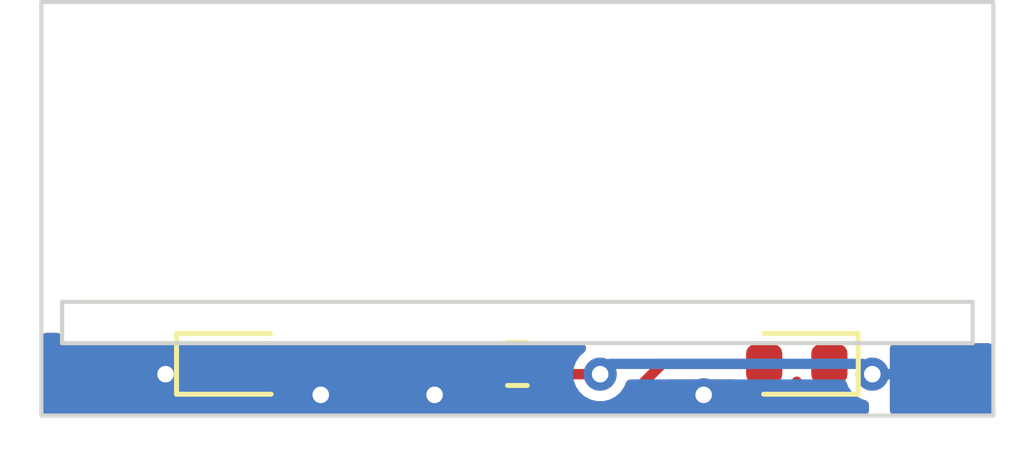
<source format=kicad_pcb>
(kicad_pcb (version 20221018) (generator pcbnew)
  (layers (0 "F.Cu" signal) (31 "B.Cu" signal) (34 "B.Paste" user) (35 "F.Paste" user) (36 "B.SilkS" user "B.Silkscreen") (37 "F.SilkS" user "F.Silkscreen") (38 "B.Mask" user) (39 "F.Mask" user) (44 "Edge.Cuts" user))
  (net 0 "")
  (net 1 "GND")
  (net 2 "Net-(D1-A)")
  (net 3 "+3V3")
  (footprint "LED_SMD:LED_0603_1608Metric" (layer "F.Cu") (at 72.75 83.75)
    (fp_text reference "D2" hide)
    (fp_text value "LED")
    (fp_line (start -1.485 -0.735) (end -1.485 0.735) (stroke (width 0.12)) (layer "F.SilkS"))
    (fp_line (start -1.485 0.735) (end 0.8 0.735) (stroke (width 0.12)) (layer "F.SilkS"))
    (fp_line (start 0.8 -0.735) (end -1.485 -0.735) (stroke (width 0.12)) (layer "F.SilkS"))
    (pad "1" smd roundrect (at -0.7875 0) (size 0.875 0.95) (layers "F.Cu" "F.Paste" "F.Mask") (net 1 "GND"))
    (pad "2" smd roundrect (at 0.7875 0) (size 0.875 0.95) (layers "F.Cu" "F.Paste" "F.Mask") (net 2 "Net-(D1-A)"))
  )
  (footprint "LED_SMD:LED_0603_1608Metric" (layer "F.Cu") (at 86.25 83.75 180)
    (fp_text reference "D1" hide)
    (fp_text value "LED")
    (fp_line (start -1.485 -0.735) (end -1.485 0.735) (stroke (width 0.12)) (layer "F.SilkS"))
    (fp_line (start -1.485 0.735) (end 0.8 0.735) (stroke (width 0.12)) (layer "F.SilkS"))
    (fp_line (start 0.8 -0.735) (end -1.485 -0.735) (stroke (width 0.12)) (layer "F.SilkS"))
    (pad "1" smd roundrect (at -0.7875 0 180) (size 0.875 0.95) (layers "F.Cu" "F.Paste" "F.Mask") (net 1 "GND"))
    (pad "2" smd roundrect (at 0.7875 0 180) (size 0.875 0.95) (layers "F.Cu" "F.Paste" "F.Mask") (net 2 "Net-(D1-A)"))
  )
  (footprint "Resistor_SMD:R_0603_1608Metric" (layer "F.Cu") (at 79.5 83.75 180)
    (fp_text reference "R1" hide)
    (fp_text value "27R")
    (fp_line (start -0.237258 -0.5225) (end 0.237258 -0.5225) (stroke (width 0.12)) (layer "F.SilkS"))
    (fp_line (start -0.237258 0.5225) (end 0.237258 0.5225) (stroke (width 0.12)) (layer "F.SilkS"))
    (pad "1" smd roundrect (at -0.825 0 180) (size 0.8 0.95) (layers "F.Cu" "F.Paste" "F.Mask") (net 3 "+3V3"))
    (pad "2" smd roundrect (at 0.825 0 180) (size 0.8 0.95) (layers "F.Cu" "F.Paste" "F.Mask") (net 2 "Net-(D1-A)"))
  )
  (gr_line (start 68.5 82.25) (end 68.5 83.25) (stroke (width 0.1)) (layer "Edge.Cuts"))
  (gr_line (start 68 75) (end 68 85) (stroke (width 0.1)) (layer "Edge.Cuts"))
  (gr_line (start 91 85) (end 91 75) (stroke (width 0.1)) (layer "Edge.Cuts"))
  (gr_line (start 91 75) (end 68 75) (stroke (width 0.1)) (layer "Edge.Cuts"))
  (gr_line (start 68 85) (end 91 85) (stroke (width 0.1)) (layer "Edge.Cuts"))
  (gr_line (start 90.5 83.25) (end 90.5 82.25) (stroke (width 0.1)) (layer "Edge.Cuts"))
  (gr_line (start 90.5 82.25) (end 68.5 82.25) (stroke (width 0.1)) (layer "Edge.Cuts"))
  (gr_line (start 90.5 83.25) (end 68.5 83.25) (stroke (width 0.1)) (layer "Edge.Cuts"))
  (via (at 84 84.5) (size 0.8) (drill 0.4) (layers "F.Cu" "B.Cu") (net 1))
  (via (at 77.5 84.5) (size 0.8) (drill 0.4) (layers "F.Cu" "B.Cu") (net 1))
  (via (at 74.75 84.5) (size 0.8) (drill 0.4) (layers "F.Cu" "B.Cu") (net 1))
  (via (at 71 84) (size 0.8) (drill 0.4) (layers "F.Cu" "B.Cu") (net 1))
  (segment (start 79.475 84.8) (end 78.675 84) (width 0.25) (layer "F.Cu") (net 2))
  (segment (start 81.95 84.8) (end 79.475 84.8) (width 0.25) (layer "F.Cu") (net 2))
  (segment (start 85.4625 83.75) (end 83 83.75) (width 0.25) (layer "F.Cu") (net 2))
  (segment (start 85.7125 84) (end 85.4625 83.75) (width 0.25) (layer "F.Cu") (net 2))
  (segment (start 78.425 83.75) (end 78.675 84) (width 0.25) (layer "F.Cu") (net 2))
  (segment (start 73.2875 84) (end 73.5375 83.75) (width 0.25) (layer "F.Cu") (net 2))
  (segment (start 73.5375 83.75) (end 78.425 83.75) (width 0.25) (layer "F.Cu") (net 2))
  (segment (start 83 83.75) (end 81.95 84.8) (width 0.25) (layer "F.Cu") (net 2))
  (segment (start 80.325 84) (end 81.5 84) (width 0.25) (layer "F.Cu") (net 3))
  (segment (start 88.0745 84) (end 88.75 84) (width 0.25) (layer "F.Cu") (net 3))
  (via (at 88.0745 84) (size 0.8) (drill 0.4) (layers "F.Cu" "B.Cu") (net 3))
  (via (at 81.5 84) (size 0.8) (drill 0.4) (layers "F.Cu" "B.Cu") (net 3))
  (segment (start 88.0745 84) (end 88.75 84) (width 0.25) (layer "B.Cu") (net 3))
  (segment (start 81.75 83.75) (end 87.8245 83.75) (width 0.25) (layer "B.Cu") (net 3))
  (segment (start 81.5 84) (end 81.75 83.75) (width 0.25) (layer "B.Cu") (net 3))
  (segment (start 87.8245 83.75) (end 88.0745 84) (width 0.25) (layer "B.Cu") (net 3))
  (zone (net 1) (net_name "GND") (layers "F&B.Cu") (priority 1) (connect_pads (clearance 0.25)) (min_thickness 0.25) (fill yes (thermal_gap 0.25) (thermal_bridge_width 0.5))
    (polygon (pts (xy 91.75 83) (xy 67 83) (xy 67 86) (xy 91.75 86)))
  )
  (zone (net 3) (net_name "+3V3") (layers "F&B.Cu") (priority 2) (connect_pads (clearance 0.5)) (min_thickness 0.25) (fill yes (thermal_gap 0.5) (thermal_bridge_width 0.5))
    (polygon (pts (xy 88.5 83.25) (xy 88.5 85) (xy 91 85) (xy 91 83.25)))
  )
)
</source>
